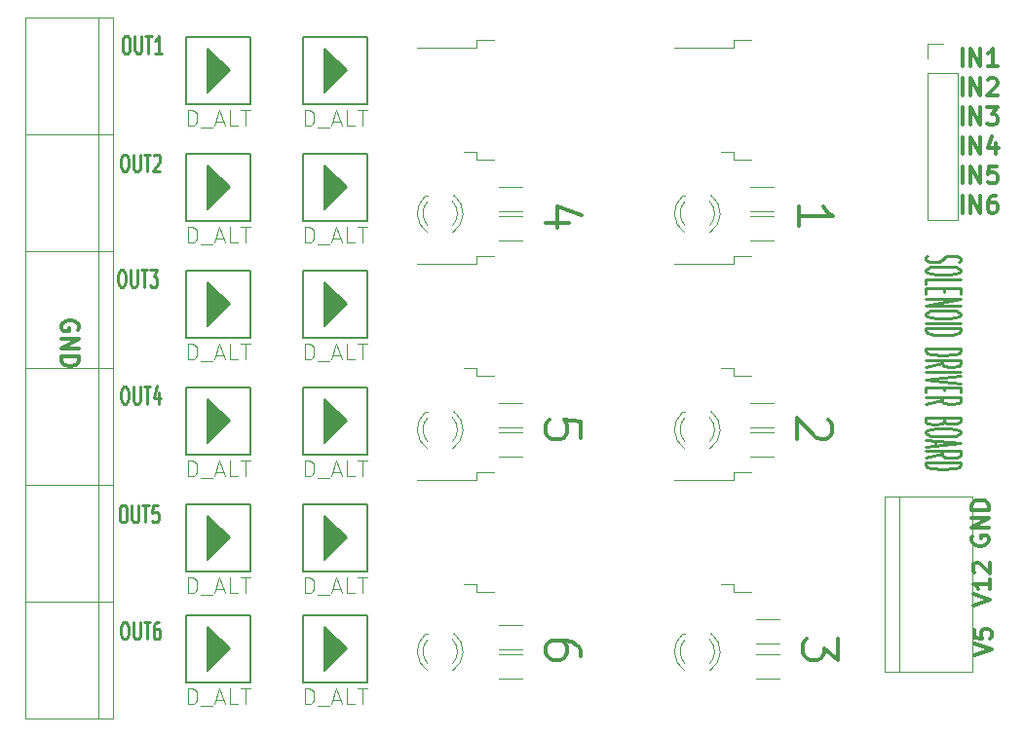
<source format=gbr>
G04 #@! TF.FileFunction,Legend,Top*
%FSLAX46Y46*%
G04 Gerber Fmt 4.6, Leading zero omitted, Abs format (unit mm)*
G04 Created by KiCad (PCBNEW 4.0.7) date 08/12/18 23:10:55*
%MOMM*%
%LPD*%
G01*
G04 APERTURE LIST*
%ADD10C,0.100000*%
%ADD11C,0.300000*%
%ADD12C,0.250000*%
%ADD13C,0.120000*%
%ADD14C,0.127000*%
%ADD15C,0.050000*%
G04 APERTURE END LIST*
D10*
D11*
X104291000Y-32149571D02*
X104291000Y-30649571D01*
X105005286Y-32149571D02*
X105005286Y-30649571D01*
X105862429Y-32149571D01*
X105862429Y-30649571D01*
X107362429Y-32149571D02*
X106505286Y-32149571D01*
X106933858Y-32149571D02*
X106933858Y-30649571D01*
X106791001Y-30863857D01*
X106648143Y-31006714D01*
X106505286Y-31078143D01*
X104291000Y-34699571D02*
X104291000Y-33199571D01*
X105005286Y-34699571D02*
X105005286Y-33199571D01*
X105862429Y-34699571D01*
X105862429Y-33199571D01*
X106505286Y-33342429D02*
X106576715Y-33271000D01*
X106719572Y-33199571D01*
X107076715Y-33199571D01*
X107219572Y-33271000D01*
X107291001Y-33342429D01*
X107362429Y-33485286D01*
X107362429Y-33628143D01*
X107291001Y-33842429D01*
X106433858Y-34699571D01*
X107362429Y-34699571D01*
X104291000Y-37249571D02*
X104291000Y-35749571D01*
X105005286Y-37249571D02*
X105005286Y-35749571D01*
X105862429Y-37249571D01*
X105862429Y-35749571D01*
X106433858Y-35749571D02*
X107362429Y-35749571D01*
X106862429Y-36321000D01*
X107076715Y-36321000D01*
X107219572Y-36392429D01*
X107291001Y-36463857D01*
X107362429Y-36606714D01*
X107362429Y-36963857D01*
X107291001Y-37106714D01*
X107219572Y-37178143D01*
X107076715Y-37249571D01*
X106648143Y-37249571D01*
X106505286Y-37178143D01*
X106433858Y-37106714D01*
X104291000Y-39799571D02*
X104291000Y-38299571D01*
X105005286Y-39799571D02*
X105005286Y-38299571D01*
X105862429Y-39799571D01*
X105862429Y-38299571D01*
X107219572Y-38799571D02*
X107219572Y-39799571D01*
X106862429Y-38228143D02*
X106505286Y-39299571D01*
X107433858Y-39299571D01*
X104291000Y-42349571D02*
X104291000Y-40849571D01*
X105005286Y-42349571D02*
X105005286Y-40849571D01*
X105862429Y-42349571D01*
X105862429Y-40849571D01*
X107291001Y-40849571D02*
X106576715Y-40849571D01*
X106505286Y-41563857D01*
X106576715Y-41492429D01*
X106719572Y-41421000D01*
X107076715Y-41421000D01*
X107219572Y-41492429D01*
X107291001Y-41563857D01*
X107362429Y-41706714D01*
X107362429Y-42063857D01*
X107291001Y-42206714D01*
X107219572Y-42278143D01*
X107076715Y-42349571D01*
X106719572Y-42349571D01*
X106576715Y-42278143D01*
X106505286Y-42206714D01*
X104291000Y-44899571D02*
X104291000Y-43399571D01*
X105005286Y-44899571D02*
X105005286Y-43399571D01*
X105862429Y-44899571D01*
X105862429Y-43399571D01*
X107219572Y-43399571D02*
X106933858Y-43399571D01*
X106791001Y-43471000D01*
X106719572Y-43542429D01*
X106576715Y-43756714D01*
X106505286Y-44042429D01*
X106505286Y-44613857D01*
X106576715Y-44756714D01*
X106648143Y-44828143D01*
X106791001Y-44899571D01*
X107076715Y-44899571D01*
X107219572Y-44828143D01*
X107291001Y-44756714D01*
X107362429Y-44613857D01*
X107362429Y-44256714D01*
X107291001Y-44113857D01*
X107219572Y-44042429D01*
X107076715Y-43971000D01*
X106791001Y-43971000D01*
X106648143Y-44042429D01*
X106576715Y-44113857D01*
X106505286Y-44256714D01*
X105168000Y-73024857D02*
X105096571Y-73167714D01*
X105096571Y-73382000D01*
X105168000Y-73596285D01*
X105310857Y-73739143D01*
X105453714Y-73810571D01*
X105739429Y-73882000D01*
X105953714Y-73882000D01*
X106239429Y-73810571D01*
X106382286Y-73739143D01*
X106525143Y-73596285D01*
X106596571Y-73382000D01*
X106596571Y-73239143D01*
X106525143Y-73024857D01*
X106453714Y-72953428D01*
X105953714Y-72953428D01*
X105953714Y-73239143D01*
X106596571Y-72310571D02*
X105096571Y-72310571D01*
X106596571Y-71453428D01*
X105096571Y-71453428D01*
X106596571Y-70739142D02*
X105096571Y-70739142D01*
X105096571Y-70381999D01*
X105168000Y-70167714D01*
X105310857Y-70024856D01*
X105453714Y-69953428D01*
X105739429Y-69881999D01*
X105953714Y-69881999D01*
X106239429Y-69953428D01*
X106382286Y-70024856D01*
X106525143Y-70167714D01*
X106596571Y-70381999D01*
X106596571Y-70739142D01*
X105350571Y-83383285D02*
X106850571Y-82883285D01*
X105350571Y-82383285D01*
X105350571Y-81168999D02*
X105350571Y-81883285D01*
X106064857Y-81954714D01*
X105993429Y-81883285D01*
X105922000Y-81740428D01*
X105922000Y-81383285D01*
X105993429Y-81240428D01*
X106064857Y-81168999D01*
X106207714Y-81097571D01*
X106564857Y-81097571D01*
X106707714Y-81168999D01*
X106779143Y-81240428D01*
X106850571Y-81383285D01*
X106850571Y-81740428D01*
X106779143Y-81883285D01*
X106707714Y-81954714D01*
X105223571Y-79017571D02*
X106723571Y-78517571D01*
X105223571Y-78017571D01*
X106723571Y-76731857D02*
X106723571Y-77589000D01*
X106723571Y-77160428D02*
X105223571Y-77160428D01*
X105437857Y-77303285D01*
X105580714Y-77446143D01*
X105652143Y-77589000D01*
X105366429Y-76160429D02*
X105295000Y-76089000D01*
X105223571Y-75946143D01*
X105223571Y-75589000D01*
X105295000Y-75446143D01*
X105366429Y-75374714D01*
X105509286Y-75303286D01*
X105652143Y-75303286D01*
X105866429Y-75374714D01*
X106723571Y-76231857D01*
X106723571Y-75303286D01*
X70111857Y-45783429D02*
X68111857Y-45783429D01*
X71254714Y-45069143D02*
X69111857Y-44354858D01*
X69111857Y-46212000D01*
X71111857Y-64468286D02*
X71111857Y-63039715D01*
X69683286Y-62896858D01*
X69826143Y-63039715D01*
X69969000Y-63325429D01*
X69969000Y-64039715D01*
X69826143Y-64325429D01*
X69683286Y-64468286D01*
X69397571Y-64611143D01*
X68683286Y-64611143D01*
X68397571Y-64468286D01*
X68254714Y-64325429D01*
X68111857Y-64039715D01*
X68111857Y-63325429D01*
X68254714Y-63039715D01*
X68397571Y-62896858D01*
X71111857Y-83502429D02*
X71111857Y-82931000D01*
X70969000Y-82645286D01*
X70826143Y-82502429D01*
X70397571Y-82216715D01*
X69826143Y-82073858D01*
X68683286Y-82073858D01*
X68397571Y-82216715D01*
X68254714Y-82359572D01*
X68111857Y-82645286D01*
X68111857Y-83216715D01*
X68254714Y-83502429D01*
X68397571Y-83645286D01*
X68683286Y-83788143D01*
X69397571Y-83788143D01*
X69683286Y-83645286D01*
X69826143Y-83502429D01*
X69969000Y-83216715D01*
X69969000Y-82645286D01*
X69826143Y-82359572D01*
X69683286Y-82216715D01*
X69397571Y-82073858D01*
X93463857Y-81931000D02*
X93463857Y-83788143D01*
X92321000Y-82788143D01*
X92321000Y-83216715D01*
X92178143Y-83502429D01*
X92035286Y-83645286D01*
X91749571Y-83788143D01*
X91035286Y-83788143D01*
X90749571Y-83645286D01*
X90606714Y-83502429D01*
X90463857Y-83216715D01*
X90463857Y-82359572D01*
X90606714Y-82073858D01*
X90749571Y-81931000D01*
X92670143Y-62896858D02*
X92813000Y-63039715D01*
X92955857Y-63325429D01*
X92955857Y-64039715D01*
X92813000Y-64325429D01*
X92670143Y-64468286D01*
X92384429Y-64611143D01*
X92098714Y-64611143D01*
X91670143Y-64468286D01*
X89955857Y-62754000D01*
X89955857Y-64611143D01*
X90082857Y-46069143D02*
X90082857Y-44354858D01*
X90082857Y-45212000D02*
X93082857Y-45212000D01*
X92654286Y-44926286D01*
X92368571Y-44640572D01*
X92225714Y-44354858D01*
D12*
X31416809Y-80478571D02*
X31607286Y-80478571D01*
X31702524Y-80550000D01*
X31797762Y-80692857D01*
X31845381Y-80978571D01*
X31845381Y-81478571D01*
X31797762Y-81764286D01*
X31702524Y-81907143D01*
X31607286Y-81978571D01*
X31416809Y-81978571D01*
X31321571Y-81907143D01*
X31226333Y-81764286D01*
X31178714Y-81478571D01*
X31178714Y-80978571D01*
X31226333Y-80692857D01*
X31321571Y-80550000D01*
X31416809Y-80478571D01*
X32273952Y-80478571D02*
X32273952Y-81692857D01*
X32321571Y-81835714D01*
X32369190Y-81907143D01*
X32464428Y-81978571D01*
X32654905Y-81978571D01*
X32750143Y-81907143D01*
X32797762Y-81835714D01*
X32845381Y-81692857D01*
X32845381Y-80478571D01*
X33178714Y-80478571D02*
X33750143Y-80478571D01*
X33464428Y-81978571D02*
X33464428Y-80478571D01*
X34512048Y-80478571D02*
X34321571Y-80478571D01*
X34226333Y-80550000D01*
X34178714Y-80621429D01*
X34083476Y-80835714D01*
X34035857Y-81121429D01*
X34035857Y-81692857D01*
X34083476Y-81835714D01*
X34131095Y-81907143D01*
X34226333Y-81978571D01*
X34416810Y-81978571D01*
X34512048Y-81907143D01*
X34559667Y-81835714D01*
X34607286Y-81692857D01*
X34607286Y-81335714D01*
X34559667Y-81192857D01*
X34512048Y-81121429D01*
X34416810Y-81050000D01*
X34226333Y-81050000D01*
X34131095Y-81121429D01*
X34083476Y-81192857D01*
X34035857Y-81335714D01*
X31289809Y-70318571D02*
X31480286Y-70318571D01*
X31575524Y-70390000D01*
X31670762Y-70532857D01*
X31718381Y-70818571D01*
X31718381Y-71318571D01*
X31670762Y-71604286D01*
X31575524Y-71747143D01*
X31480286Y-71818571D01*
X31289809Y-71818571D01*
X31194571Y-71747143D01*
X31099333Y-71604286D01*
X31051714Y-71318571D01*
X31051714Y-70818571D01*
X31099333Y-70532857D01*
X31194571Y-70390000D01*
X31289809Y-70318571D01*
X32146952Y-70318571D02*
X32146952Y-71532857D01*
X32194571Y-71675714D01*
X32242190Y-71747143D01*
X32337428Y-71818571D01*
X32527905Y-71818571D01*
X32623143Y-71747143D01*
X32670762Y-71675714D01*
X32718381Y-71532857D01*
X32718381Y-70318571D01*
X33051714Y-70318571D02*
X33623143Y-70318571D01*
X33337428Y-71818571D02*
X33337428Y-70318571D01*
X34432667Y-70318571D02*
X33956476Y-70318571D01*
X33908857Y-71032857D01*
X33956476Y-70961429D01*
X34051714Y-70890000D01*
X34289810Y-70890000D01*
X34385048Y-70961429D01*
X34432667Y-71032857D01*
X34480286Y-71175714D01*
X34480286Y-71532857D01*
X34432667Y-71675714D01*
X34385048Y-71747143D01*
X34289810Y-71818571D01*
X34051714Y-71818571D01*
X33956476Y-71747143D01*
X33908857Y-71675714D01*
X31416809Y-60031571D02*
X31607286Y-60031571D01*
X31702524Y-60103000D01*
X31797762Y-60245857D01*
X31845381Y-60531571D01*
X31845381Y-61031571D01*
X31797762Y-61317286D01*
X31702524Y-61460143D01*
X31607286Y-61531571D01*
X31416809Y-61531571D01*
X31321571Y-61460143D01*
X31226333Y-61317286D01*
X31178714Y-61031571D01*
X31178714Y-60531571D01*
X31226333Y-60245857D01*
X31321571Y-60103000D01*
X31416809Y-60031571D01*
X32273952Y-60031571D02*
X32273952Y-61245857D01*
X32321571Y-61388714D01*
X32369190Y-61460143D01*
X32464428Y-61531571D01*
X32654905Y-61531571D01*
X32750143Y-61460143D01*
X32797762Y-61388714D01*
X32845381Y-61245857D01*
X32845381Y-60031571D01*
X33178714Y-60031571D02*
X33750143Y-60031571D01*
X33464428Y-61531571D02*
X33464428Y-60031571D01*
X34512048Y-60531571D02*
X34512048Y-61531571D01*
X34273952Y-59960143D02*
X34035857Y-61031571D01*
X34654905Y-61031571D01*
X31162809Y-49871571D02*
X31353286Y-49871571D01*
X31448524Y-49943000D01*
X31543762Y-50085857D01*
X31591381Y-50371571D01*
X31591381Y-50871571D01*
X31543762Y-51157286D01*
X31448524Y-51300143D01*
X31353286Y-51371571D01*
X31162809Y-51371571D01*
X31067571Y-51300143D01*
X30972333Y-51157286D01*
X30924714Y-50871571D01*
X30924714Y-50371571D01*
X30972333Y-50085857D01*
X31067571Y-49943000D01*
X31162809Y-49871571D01*
X32019952Y-49871571D02*
X32019952Y-51085857D01*
X32067571Y-51228714D01*
X32115190Y-51300143D01*
X32210428Y-51371571D01*
X32400905Y-51371571D01*
X32496143Y-51300143D01*
X32543762Y-51228714D01*
X32591381Y-51085857D01*
X32591381Y-49871571D01*
X32924714Y-49871571D02*
X33496143Y-49871571D01*
X33210428Y-51371571D02*
X33210428Y-49871571D01*
X33734238Y-49871571D02*
X34353286Y-49871571D01*
X34019952Y-50443000D01*
X34162810Y-50443000D01*
X34258048Y-50514429D01*
X34305667Y-50585857D01*
X34353286Y-50728714D01*
X34353286Y-51085857D01*
X34305667Y-51228714D01*
X34258048Y-51300143D01*
X34162810Y-51371571D01*
X33877095Y-51371571D01*
X33781857Y-51300143D01*
X33734238Y-51228714D01*
X31416809Y-39818571D02*
X31607286Y-39818571D01*
X31702524Y-39890000D01*
X31797762Y-40032857D01*
X31845381Y-40318571D01*
X31845381Y-40818571D01*
X31797762Y-41104286D01*
X31702524Y-41247143D01*
X31607286Y-41318571D01*
X31416809Y-41318571D01*
X31321571Y-41247143D01*
X31226333Y-41104286D01*
X31178714Y-40818571D01*
X31178714Y-40318571D01*
X31226333Y-40032857D01*
X31321571Y-39890000D01*
X31416809Y-39818571D01*
X32273952Y-39818571D02*
X32273952Y-41032857D01*
X32321571Y-41175714D01*
X32369190Y-41247143D01*
X32464428Y-41318571D01*
X32654905Y-41318571D01*
X32750143Y-41247143D01*
X32797762Y-41175714D01*
X32845381Y-41032857D01*
X32845381Y-39818571D01*
X33178714Y-39818571D02*
X33750143Y-39818571D01*
X33464428Y-41318571D02*
X33464428Y-39818571D01*
X34035857Y-39961429D02*
X34083476Y-39890000D01*
X34178714Y-39818571D01*
X34416810Y-39818571D01*
X34512048Y-39890000D01*
X34559667Y-39961429D01*
X34607286Y-40104286D01*
X34607286Y-40247143D01*
X34559667Y-40461429D01*
X33988238Y-41318571D01*
X34607286Y-41318571D01*
X31543809Y-29531571D02*
X31734286Y-29531571D01*
X31829524Y-29603000D01*
X31924762Y-29745857D01*
X31972381Y-30031571D01*
X31972381Y-30531571D01*
X31924762Y-30817286D01*
X31829524Y-30960143D01*
X31734286Y-31031571D01*
X31543809Y-31031571D01*
X31448571Y-30960143D01*
X31353333Y-30817286D01*
X31305714Y-30531571D01*
X31305714Y-30031571D01*
X31353333Y-29745857D01*
X31448571Y-29603000D01*
X31543809Y-29531571D01*
X32400952Y-29531571D02*
X32400952Y-30745857D01*
X32448571Y-30888714D01*
X32496190Y-30960143D01*
X32591428Y-31031571D01*
X32781905Y-31031571D01*
X32877143Y-30960143D01*
X32924762Y-30888714D01*
X32972381Y-30745857D01*
X32972381Y-29531571D01*
X33305714Y-29531571D02*
X33877143Y-29531571D01*
X33591428Y-31031571D02*
X33591428Y-29531571D01*
X34734286Y-31031571D02*
X34162857Y-31031571D01*
X34448571Y-31031571D02*
X34448571Y-29531571D01*
X34353333Y-29745857D01*
X34258095Y-29888714D01*
X34162857Y-29960143D01*
D11*
X27450000Y-55107143D02*
X27521429Y-54964286D01*
X27521429Y-54750000D01*
X27450000Y-54535715D01*
X27307143Y-54392857D01*
X27164286Y-54321429D01*
X26878571Y-54250000D01*
X26664286Y-54250000D01*
X26378571Y-54321429D01*
X26235714Y-54392857D01*
X26092857Y-54535715D01*
X26021429Y-54750000D01*
X26021429Y-54892857D01*
X26092857Y-55107143D01*
X26164286Y-55178572D01*
X26664286Y-55178572D01*
X26664286Y-54892857D01*
X26021429Y-55821429D02*
X27521429Y-55821429D01*
X26021429Y-56678572D01*
X27521429Y-56678572D01*
X26021429Y-57392858D02*
X27521429Y-57392858D01*
X27521429Y-57750001D01*
X27450000Y-57964286D01*
X27307143Y-58107144D01*
X27164286Y-58178572D01*
X26878571Y-58250001D01*
X26664286Y-58250001D01*
X26378571Y-58178572D01*
X26235714Y-58107144D01*
X26092857Y-57964286D01*
X26021429Y-57750001D01*
X26021429Y-57392858D01*
D12*
X101274714Y-48626286D02*
X101131857Y-48769143D01*
X101131857Y-49007239D01*
X101274714Y-49102477D01*
X101417571Y-49150096D01*
X101703286Y-49197715D01*
X101989000Y-49197715D01*
X102274714Y-49150096D01*
X102417571Y-49102477D01*
X102560429Y-49007239D01*
X102703286Y-48816762D01*
X102846143Y-48721524D01*
X102989000Y-48673905D01*
X103274714Y-48626286D01*
X103560429Y-48626286D01*
X103846143Y-48673905D01*
X103989000Y-48721524D01*
X104131857Y-48816762D01*
X104131857Y-49054858D01*
X103989000Y-49197715D01*
X104131857Y-49816762D02*
X104131857Y-50007239D01*
X103989000Y-50102477D01*
X103703286Y-50197715D01*
X103131857Y-50245334D01*
X102131857Y-50245334D01*
X101560429Y-50197715D01*
X101274714Y-50102477D01*
X101131857Y-50007239D01*
X101131857Y-49816762D01*
X101274714Y-49721524D01*
X101560429Y-49626286D01*
X102131857Y-49578667D01*
X103131857Y-49578667D01*
X103703286Y-49626286D01*
X103989000Y-49721524D01*
X104131857Y-49816762D01*
X101131857Y-51150096D02*
X101131857Y-50673905D01*
X104131857Y-50673905D01*
X102703286Y-51483429D02*
X102703286Y-51816763D01*
X101131857Y-51959620D02*
X101131857Y-51483429D01*
X104131857Y-51483429D01*
X104131857Y-51959620D01*
X101131857Y-52388191D02*
X104131857Y-52388191D01*
X101131857Y-52959620D01*
X104131857Y-52959620D01*
X104131857Y-53626286D02*
X104131857Y-53816763D01*
X103989000Y-53912001D01*
X103703286Y-54007239D01*
X103131857Y-54054858D01*
X102131857Y-54054858D01*
X101560429Y-54007239D01*
X101274714Y-53912001D01*
X101131857Y-53816763D01*
X101131857Y-53626286D01*
X101274714Y-53531048D01*
X101560429Y-53435810D01*
X102131857Y-53388191D01*
X103131857Y-53388191D01*
X103703286Y-53435810D01*
X103989000Y-53531048D01*
X104131857Y-53626286D01*
X101131857Y-54483429D02*
X104131857Y-54483429D01*
X101131857Y-54959619D02*
X104131857Y-54959619D01*
X104131857Y-55197714D01*
X103989000Y-55340572D01*
X103703286Y-55435810D01*
X103417571Y-55483429D01*
X102846143Y-55531048D01*
X102417571Y-55531048D01*
X101846143Y-55483429D01*
X101560429Y-55435810D01*
X101274714Y-55340572D01*
X101131857Y-55197714D01*
X101131857Y-54959619D01*
X101131857Y-56721524D02*
X104131857Y-56721524D01*
X104131857Y-56959619D01*
X103989000Y-57102477D01*
X103703286Y-57197715D01*
X103417571Y-57245334D01*
X102846143Y-57292953D01*
X102417571Y-57292953D01*
X101846143Y-57245334D01*
X101560429Y-57197715D01*
X101274714Y-57102477D01*
X101131857Y-56959619D01*
X101131857Y-56721524D01*
X101131857Y-58292953D02*
X102560429Y-57959619D01*
X101131857Y-57721524D02*
X104131857Y-57721524D01*
X104131857Y-58102477D01*
X103989000Y-58197715D01*
X103846143Y-58245334D01*
X103560429Y-58292953D01*
X103131857Y-58292953D01*
X102846143Y-58245334D01*
X102703286Y-58197715D01*
X102560429Y-58102477D01*
X102560429Y-57721524D01*
X101131857Y-58721524D02*
X104131857Y-58721524D01*
X104131857Y-59054857D02*
X101131857Y-59388190D01*
X104131857Y-59721524D01*
X102703286Y-60054857D02*
X102703286Y-60388191D01*
X101131857Y-60531048D02*
X101131857Y-60054857D01*
X104131857Y-60054857D01*
X104131857Y-60531048D01*
X101131857Y-61531048D02*
X102560429Y-61197714D01*
X101131857Y-60959619D02*
X104131857Y-60959619D01*
X104131857Y-61340572D01*
X103989000Y-61435810D01*
X103846143Y-61483429D01*
X103560429Y-61531048D01*
X103131857Y-61531048D01*
X102846143Y-61483429D01*
X102703286Y-61435810D01*
X102560429Y-61340572D01*
X102560429Y-60959619D01*
X102703286Y-63054858D02*
X102560429Y-63197715D01*
X102417571Y-63245334D01*
X102131857Y-63292953D01*
X101703286Y-63292953D01*
X101417571Y-63245334D01*
X101274714Y-63197715D01*
X101131857Y-63102477D01*
X101131857Y-62721524D01*
X104131857Y-62721524D01*
X104131857Y-63054858D01*
X103989000Y-63150096D01*
X103846143Y-63197715D01*
X103560429Y-63245334D01*
X103274714Y-63245334D01*
X102989000Y-63197715D01*
X102846143Y-63150096D01*
X102703286Y-63054858D01*
X102703286Y-62721524D01*
X104131857Y-63912000D02*
X104131857Y-64102477D01*
X103989000Y-64197715D01*
X103703286Y-64292953D01*
X103131857Y-64340572D01*
X102131857Y-64340572D01*
X101560429Y-64292953D01*
X101274714Y-64197715D01*
X101131857Y-64102477D01*
X101131857Y-63912000D01*
X101274714Y-63816762D01*
X101560429Y-63721524D01*
X102131857Y-63673905D01*
X103131857Y-63673905D01*
X103703286Y-63721524D01*
X103989000Y-63816762D01*
X104131857Y-63912000D01*
X101989000Y-64721524D02*
X101989000Y-65197715D01*
X101131857Y-64626286D02*
X104131857Y-64959619D01*
X101131857Y-65292953D01*
X101131857Y-66197715D02*
X102560429Y-65864381D01*
X101131857Y-65626286D02*
X104131857Y-65626286D01*
X104131857Y-66007239D01*
X103989000Y-66102477D01*
X103846143Y-66150096D01*
X103560429Y-66197715D01*
X103131857Y-66197715D01*
X102846143Y-66150096D01*
X102703286Y-66102477D01*
X102560429Y-66007239D01*
X102560429Y-65626286D01*
X101131857Y-66626286D02*
X104131857Y-66626286D01*
X104131857Y-66864381D01*
X103989000Y-67007239D01*
X103703286Y-67102477D01*
X103417571Y-67150096D01*
X102846143Y-67197715D01*
X102417571Y-67197715D01*
X101846143Y-67150096D01*
X101560429Y-67102477D01*
X101274714Y-67007239D01*
X101131857Y-66864381D01*
X101131857Y-66626286D01*
D13*
X87868000Y-44758000D02*
X85868000Y-44758000D01*
X85868000Y-42618000D02*
X87868000Y-42618000D01*
X85868000Y-45158000D02*
X87868000Y-45158000D01*
X87868000Y-47298000D02*
X85868000Y-47298000D01*
X87868000Y-63554000D02*
X85868000Y-63554000D01*
X85868000Y-61414000D02*
X87868000Y-61414000D01*
X85868000Y-63954000D02*
X87868000Y-63954000D01*
X87868000Y-66094000D02*
X85868000Y-66094000D01*
X86376000Y-83258000D02*
X88376000Y-83258000D01*
X88376000Y-85398000D02*
X86376000Y-85398000D01*
X64024000Y-45158000D02*
X66024000Y-45158000D01*
X66024000Y-47298000D02*
X64024000Y-47298000D01*
X64024000Y-63954000D02*
X66024000Y-63954000D01*
X66024000Y-66094000D02*
X64024000Y-66094000D01*
X64024000Y-83258000D02*
X66024000Y-83258000D01*
X66024000Y-85398000D02*
X64024000Y-85398000D01*
X88376000Y-82350000D02*
X86376000Y-82350000D01*
X86376000Y-80210000D02*
X88376000Y-80210000D01*
X66024000Y-44758000D02*
X64024000Y-44758000D01*
X64024000Y-42618000D02*
X66024000Y-42618000D01*
X66024000Y-63554000D02*
X64024000Y-63554000D01*
X64024000Y-61414000D02*
X66024000Y-61414000D01*
X66024000Y-82858000D02*
X64024000Y-82858000D01*
X64024000Y-80718000D02*
X66024000Y-80718000D01*
X85926000Y-29852000D02*
X84426000Y-29852000D01*
X84426000Y-29852000D02*
X84426000Y-30542000D01*
X84426000Y-30542000D02*
X79301000Y-30542000D01*
X85926000Y-40252000D02*
X84426000Y-40252000D01*
X84426000Y-40252000D02*
X84426000Y-39562000D01*
X84426000Y-39562000D02*
X83326000Y-39562000D01*
X85926000Y-48648000D02*
X84426000Y-48648000D01*
X84426000Y-48648000D02*
X84426000Y-49338000D01*
X84426000Y-49338000D02*
X79301000Y-49338000D01*
X85926000Y-59048000D02*
X84426000Y-59048000D01*
X84426000Y-59048000D02*
X84426000Y-58358000D01*
X84426000Y-58358000D02*
X83326000Y-58358000D01*
X85926000Y-67444000D02*
X84426000Y-67444000D01*
X84426000Y-67444000D02*
X84426000Y-68134000D01*
X84426000Y-68134000D02*
X79301000Y-68134000D01*
X85926000Y-77844000D02*
X84426000Y-77844000D01*
X84426000Y-77844000D02*
X84426000Y-77154000D01*
X84426000Y-77154000D02*
X83326000Y-77154000D01*
X63574000Y-29852000D02*
X62074000Y-29852000D01*
X62074000Y-29852000D02*
X62074000Y-30542000D01*
X62074000Y-30542000D02*
X56949000Y-30542000D01*
X63574000Y-40252000D02*
X62074000Y-40252000D01*
X62074000Y-40252000D02*
X62074000Y-39562000D01*
X62074000Y-39562000D02*
X60974000Y-39562000D01*
X63574000Y-48648000D02*
X62074000Y-48648000D01*
X62074000Y-48648000D02*
X62074000Y-49338000D01*
X62074000Y-49338000D02*
X56949000Y-49338000D01*
X63574000Y-59048000D02*
X62074000Y-59048000D01*
X62074000Y-59048000D02*
X62074000Y-58358000D01*
X62074000Y-58358000D02*
X60974000Y-58358000D01*
X63574000Y-67444000D02*
X62074000Y-67444000D01*
X62074000Y-67444000D02*
X62074000Y-68134000D01*
X62074000Y-68134000D02*
X56949000Y-68134000D01*
X63574000Y-77844000D02*
X62074000Y-77844000D01*
X62074000Y-77844000D02*
X62074000Y-77154000D01*
X62074000Y-77154000D02*
X60974000Y-77154000D01*
D14*
X42418000Y-35433000D02*
X36830000Y-35433000D01*
X36830000Y-35433000D02*
X36830000Y-29591000D01*
X36830000Y-29591000D02*
X42418000Y-29591000D01*
X42418000Y-29591000D02*
X42418000Y-35433000D01*
G36*
X38735000Y-30607000D02*
X40640000Y-32512000D01*
X38735000Y-34417000D01*
X38735000Y-30607000D01*
G37*
X38735000Y-30607000D02*
X40640000Y-32512000D01*
X38735000Y-34417000D01*
X38735000Y-30607000D01*
X52578000Y-35433000D02*
X46990000Y-35433000D01*
X46990000Y-35433000D02*
X46990000Y-29591000D01*
X46990000Y-29591000D02*
X52578000Y-29591000D01*
X52578000Y-29591000D02*
X52578000Y-35433000D01*
G36*
X48895000Y-30607000D02*
X50800000Y-32512000D01*
X48895000Y-34417000D01*
X48895000Y-30607000D01*
G37*
X48895000Y-30607000D02*
X50800000Y-32512000D01*
X48895000Y-34417000D01*
X48895000Y-30607000D01*
X42418000Y-45593000D02*
X36830000Y-45593000D01*
X36830000Y-45593000D02*
X36830000Y-39751000D01*
X36830000Y-39751000D02*
X42418000Y-39751000D01*
X42418000Y-39751000D02*
X42418000Y-45593000D01*
G36*
X38735000Y-40767000D02*
X40640000Y-42672000D01*
X38735000Y-44577000D01*
X38735000Y-40767000D01*
G37*
X38735000Y-40767000D02*
X40640000Y-42672000D01*
X38735000Y-44577000D01*
X38735000Y-40767000D01*
X52578000Y-45593000D02*
X46990000Y-45593000D01*
X46990000Y-45593000D02*
X46990000Y-39751000D01*
X46990000Y-39751000D02*
X52578000Y-39751000D01*
X52578000Y-39751000D02*
X52578000Y-45593000D01*
G36*
X48895000Y-40767000D02*
X50800000Y-42672000D01*
X48895000Y-44577000D01*
X48895000Y-40767000D01*
G37*
X48895000Y-40767000D02*
X50800000Y-42672000D01*
X48895000Y-44577000D01*
X48895000Y-40767000D01*
X42418000Y-55753000D02*
X36830000Y-55753000D01*
X36830000Y-55753000D02*
X36830000Y-49911000D01*
X36830000Y-49911000D02*
X42418000Y-49911000D01*
X42418000Y-49911000D02*
X42418000Y-55753000D01*
G36*
X38735000Y-50927000D02*
X40640000Y-52832000D01*
X38735000Y-54737000D01*
X38735000Y-50927000D01*
G37*
X38735000Y-50927000D02*
X40640000Y-52832000D01*
X38735000Y-54737000D01*
X38735000Y-50927000D01*
X52578000Y-55753000D02*
X46990000Y-55753000D01*
X46990000Y-55753000D02*
X46990000Y-49911000D01*
X46990000Y-49911000D02*
X52578000Y-49911000D01*
X52578000Y-49911000D02*
X52578000Y-55753000D01*
G36*
X48895000Y-50927000D02*
X50800000Y-52832000D01*
X48895000Y-54737000D01*
X48895000Y-50927000D01*
G37*
X48895000Y-50927000D02*
X50800000Y-52832000D01*
X48895000Y-54737000D01*
X48895000Y-50927000D01*
X42418000Y-65913000D02*
X36830000Y-65913000D01*
X36830000Y-65913000D02*
X36830000Y-60071000D01*
X36830000Y-60071000D02*
X42418000Y-60071000D01*
X42418000Y-60071000D02*
X42418000Y-65913000D01*
G36*
X38735000Y-61087000D02*
X40640000Y-62992000D01*
X38735000Y-64897000D01*
X38735000Y-61087000D01*
G37*
X38735000Y-61087000D02*
X40640000Y-62992000D01*
X38735000Y-64897000D01*
X38735000Y-61087000D01*
X52578000Y-65913000D02*
X46990000Y-65913000D01*
X46990000Y-65913000D02*
X46990000Y-60071000D01*
X46990000Y-60071000D02*
X52578000Y-60071000D01*
X52578000Y-60071000D02*
X52578000Y-65913000D01*
G36*
X48895000Y-61087000D02*
X50800000Y-62992000D01*
X48895000Y-64897000D01*
X48895000Y-61087000D01*
G37*
X48895000Y-61087000D02*
X50800000Y-62992000D01*
X48895000Y-64897000D01*
X48895000Y-61087000D01*
X42418000Y-76073000D02*
X36830000Y-76073000D01*
X36830000Y-76073000D02*
X36830000Y-70231000D01*
X36830000Y-70231000D02*
X42418000Y-70231000D01*
X42418000Y-70231000D02*
X42418000Y-76073000D01*
G36*
X38735000Y-71247000D02*
X40640000Y-73152000D01*
X38735000Y-75057000D01*
X38735000Y-71247000D01*
G37*
X38735000Y-71247000D02*
X40640000Y-73152000D01*
X38735000Y-75057000D01*
X38735000Y-71247000D01*
X52578000Y-76073000D02*
X46990000Y-76073000D01*
X46990000Y-76073000D02*
X46990000Y-70231000D01*
X46990000Y-70231000D02*
X52578000Y-70231000D01*
X52578000Y-70231000D02*
X52578000Y-76073000D01*
G36*
X48895000Y-71247000D02*
X50800000Y-73152000D01*
X48895000Y-75057000D01*
X48895000Y-71247000D01*
G37*
X48895000Y-71247000D02*
X50800000Y-73152000D01*
X48895000Y-75057000D01*
X48895000Y-71247000D01*
X42418000Y-85725000D02*
X36830000Y-85725000D01*
X36830000Y-85725000D02*
X36830000Y-79883000D01*
X36830000Y-79883000D02*
X42418000Y-79883000D01*
X42418000Y-79883000D02*
X42418000Y-85725000D01*
G36*
X38735000Y-80899000D02*
X40640000Y-82804000D01*
X38735000Y-84709000D01*
X38735000Y-80899000D01*
G37*
X38735000Y-80899000D02*
X40640000Y-82804000D01*
X38735000Y-84709000D01*
X38735000Y-80899000D01*
X52578000Y-85725000D02*
X46990000Y-85725000D01*
X46990000Y-85725000D02*
X46990000Y-79883000D01*
X46990000Y-79883000D02*
X52578000Y-79883000D01*
X52578000Y-79883000D02*
X52578000Y-85725000D01*
G36*
X48895000Y-80899000D02*
X50800000Y-82804000D01*
X48895000Y-84709000D01*
X48895000Y-80899000D01*
G37*
X48895000Y-80899000D02*
X50800000Y-82804000D01*
X48895000Y-84709000D01*
X48895000Y-80899000D01*
D13*
X82358608Y-65426335D02*
G75*
G03X82515516Y-62194000I-1078608J1672335D01*
G01*
X80201392Y-65426335D02*
G75*
G02X80044484Y-62194000I1078608J1672335D01*
G01*
X82359837Y-64795130D02*
G75*
G03X82360000Y-62713039I-1079837J1041130D01*
G01*
X80200163Y-64795130D02*
G75*
G02X80200000Y-62713039I1079837J1041130D01*
G01*
X82516000Y-62194000D02*
X82360000Y-62194000D01*
X80200000Y-62194000D02*
X80044000Y-62194000D01*
X82358608Y-84730335D02*
G75*
G03X82515516Y-81498000I-1078608J1672335D01*
G01*
X80201392Y-84730335D02*
G75*
G02X80044484Y-81498000I1078608J1672335D01*
G01*
X82359837Y-84099130D02*
G75*
G03X82360000Y-82017039I-1079837J1041130D01*
G01*
X80200163Y-84099130D02*
G75*
G02X80200000Y-82017039I1079837J1041130D01*
G01*
X82516000Y-81498000D02*
X82360000Y-81498000D01*
X80200000Y-81498000D02*
X80044000Y-81498000D01*
X60006608Y-46630335D02*
G75*
G03X60163516Y-43398000I-1078608J1672335D01*
G01*
X57849392Y-46630335D02*
G75*
G02X57692484Y-43398000I1078608J1672335D01*
G01*
X60007837Y-45999130D02*
G75*
G03X60008000Y-43917039I-1079837J1041130D01*
G01*
X57848163Y-45999130D02*
G75*
G02X57848000Y-43917039I1079837J1041130D01*
G01*
X60164000Y-43398000D02*
X60008000Y-43398000D01*
X57848000Y-43398000D02*
X57692000Y-43398000D01*
X60006608Y-65426335D02*
G75*
G03X60163516Y-62194000I-1078608J1672335D01*
G01*
X57849392Y-65426335D02*
G75*
G02X57692484Y-62194000I1078608J1672335D01*
G01*
X60007837Y-64795130D02*
G75*
G03X60008000Y-62713039I-1079837J1041130D01*
G01*
X57848163Y-64795130D02*
G75*
G02X57848000Y-62713039I1079837J1041130D01*
G01*
X60164000Y-62194000D02*
X60008000Y-62194000D01*
X57848000Y-62194000D02*
X57692000Y-62194000D01*
X60006608Y-84730335D02*
G75*
G03X60163516Y-81498000I-1078608J1672335D01*
G01*
X57849392Y-84730335D02*
G75*
G02X57692484Y-81498000I1078608J1672335D01*
G01*
X60007837Y-84099130D02*
G75*
G03X60008000Y-82017039I-1079837J1041130D01*
G01*
X57848163Y-84099130D02*
G75*
G02X57848000Y-82017039I1079837J1041130D01*
G01*
X60164000Y-81498000D02*
X60008000Y-81498000D01*
X57848000Y-81498000D02*
X57692000Y-81498000D01*
X97536000Y-69596000D02*
X105156000Y-69596000D01*
X97536000Y-84836000D02*
X105156000Y-84836000D01*
X98806000Y-69596000D02*
X98806000Y-84836000D01*
X105156000Y-69596000D02*
X105156000Y-84836000D01*
X97536000Y-69596000D02*
X97536000Y-84836000D01*
X101286000Y-45526000D02*
X103946000Y-45526000D01*
X101286000Y-32766000D02*
X101286000Y-45526000D01*
X103946000Y-32766000D02*
X103946000Y-45526000D01*
X101286000Y-32766000D02*
X103946000Y-32766000D01*
X101286000Y-31496000D02*
X101286000Y-30166000D01*
X101286000Y-30166000D02*
X102616000Y-30166000D01*
X29210000Y-27940000D02*
X29210000Y-38100000D01*
X30480000Y-27940000D02*
X22860000Y-27940000D01*
X22860000Y-27940000D02*
X22860000Y-38100000D01*
X22860000Y-38100000D02*
X30480000Y-38100000D01*
X30480000Y-38100000D02*
X30480000Y-27940000D01*
X29210000Y-38100000D02*
X29210000Y-48260000D01*
X30480000Y-38100000D02*
X22860000Y-38100000D01*
X22860000Y-38100000D02*
X22860000Y-48260000D01*
X22860000Y-48260000D02*
X30480000Y-48260000D01*
X30480000Y-48260000D02*
X30480000Y-38100000D01*
X29210000Y-48260000D02*
X29210000Y-58420000D01*
X30480000Y-48260000D02*
X22860000Y-48260000D01*
X22860000Y-48260000D02*
X22860000Y-58420000D01*
X22860000Y-58420000D02*
X30480000Y-58420000D01*
X30480000Y-58420000D02*
X30480000Y-48260000D01*
X29210000Y-58420000D02*
X29210000Y-68580000D01*
X30480000Y-58420000D02*
X22860000Y-58420000D01*
X22860000Y-58420000D02*
X22860000Y-68580000D01*
X22860000Y-68580000D02*
X30480000Y-68580000D01*
X30480000Y-68580000D02*
X30480000Y-58420000D01*
X29210000Y-68580000D02*
X29210000Y-78740000D01*
X30480000Y-68580000D02*
X22860000Y-68580000D01*
X22860000Y-68580000D02*
X22860000Y-78740000D01*
X22860000Y-78740000D02*
X30480000Y-78740000D01*
X30480000Y-78740000D02*
X30480000Y-68580000D01*
X29210000Y-78740000D02*
X29210000Y-88900000D01*
X30480000Y-78740000D02*
X22860000Y-78740000D01*
X22860000Y-78740000D02*
X22860000Y-88900000D01*
X22860000Y-88900000D02*
X30480000Y-88900000D01*
X30480000Y-88900000D02*
X30480000Y-78740000D01*
X82358608Y-46630335D02*
G75*
G03X82515516Y-43398000I-1078608J1672335D01*
G01*
X80201392Y-46630335D02*
G75*
G02X80044484Y-43398000I1078608J1672335D01*
G01*
X82359837Y-45999130D02*
G75*
G03X82360000Y-43917039I-1079837J1041130D01*
G01*
X80200163Y-45999130D02*
G75*
G02X80200000Y-43917039I1079837J1041130D01*
G01*
X82516000Y-43398000D02*
X82360000Y-43398000D01*
X80200000Y-43398000D02*
X80044000Y-43398000D01*
D15*
X37019344Y-37344969D02*
X37019344Y-35942459D01*
X37353275Y-35942459D01*
X37553633Y-36009245D01*
X37687206Y-36142817D01*
X37753992Y-36276390D01*
X37820778Y-36543535D01*
X37820778Y-36743893D01*
X37753992Y-37011038D01*
X37687206Y-37144610D01*
X37553633Y-37278183D01*
X37353275Y-37344969D01*
X37019344Y-37344969D01*
X38087923Y-37478541D02*
X39156502Y-37478541D01*
X39423647Y-36944252D02*
X40091509Y-36944252D01*
X39290074Y-37344969D02*
X39757578Y-35942459D01*
X40225081Y-37344969D01*
X41360446Y-37344969D02*
X40692584Y-37344969D01*
X40692584Y-35942459D01*
X41627590Y-35942459D02*
X42429025Y-35942459D01*
X42028308Y-37344969D02*
X42028308Y-35942459D01*
X47179344Y-37344969D02*
X47179344Y-35942459D01*
X47513275Y-35942459D01*
X47713633Y-36009245D01*
X47847206Y-36142817D01*
X47913992Y-36276390D01*
X47980778Y-36543535D01*
X47980778Y-36743893D01*
X47913992Y-37011038D01*
X47847206Y-37144610D01*
X47713633Y-37278183D01*
X47513275Y-37344969D01*
X47179344Y-37344969D01*
X48247923Y-37478541D02*
X49316502Y-37478541D01*
X49583647Y-36944252D02*
X50251509Y-36944252D01*
X49450074Y-37344969D02*
X49917578Y-35942459D01*
X50385081Y-37344969D01*
X51520446Y-37344969D02*
X50852584Y-37344969D01*
X50852584Y-35942459D01*
X51787590Y-35942459D02*
X52589025Y-35942459D01*
X52188308Y-37344969D02*
X52188308Y-35942459D01*
X37019344Y-47504969D02*
X37019344Y-46102459D01*
X37353275Y-46102459D01*
X37553633Y-46169245D01*
X37687206Y-46302817D01*
X37753992Y-46436390D01*
X37820778Y-46703535D01*
X37820778Y-46903893D01*
X37753992Y-47171038D01*
X37687206Y-47304610D01*
X37553633Y-47438183D01*
X37353275Y-47504969D01*
X37019344Y-47504969D01*
X38087923Y-47638541D02*
X39156502Y-47638541D01*
X39423647Y-47104252D02*
X40091509Y-47104252D01*
X39290074Y-47504969D02*
X39757578Y-46102459D01*
X40225081Y-47504969D01*
X41360446Y-47504969D02*
X40692584Y-47504969D01*
X40692584Y-46102459D01*
X41627590Y-46102459D02*
X42429025Y-46102459D01*
X42028308Y-47504969D02*
X42028308Y-46102459D01*
X47179344Y-47504969D02*
X47179344Y-46102459D01*
X47513275Y-46102459D01*
X47713633Y-46169245D01*
X47847206Y-46302817D01*
X47913992Y-46436390D01*
X47980778Y-46703535D01*
X47980778Y-46903893D01*
X47913992Y-47171038D01*
X47847206Y-47304610D01*
X47713633Y-47438183D01*
X47513275Y-47504969D01*
X47179344Y-47504969D01*
X48247923Y-47638541D02*
X49316502Y-47638541D01*
X49583647Y-47104252D02*
X50251509Y-47104252D01*
X49450074Y-47504969D02*
X49917578Y-46102459D01*
X50385081Y-47504969D01*
X51520446Y-47504969D02*
X50852584Y-47504969D01*
X50852584Y-46102459D01*
X51787590Y-46102459D02*
X52589025Y-46102459D01*
X52188308Y-47504969D02*
X52188308Y-46102459D01*
X37019344Y-57664969D02*
X37019344Y-56262459D01*
X37353275Y-56262459D01*
X37553633Y-56329245D01*
X37687206Y-56462817D01*
X37753992Y-56596390D01*
X37820778Y-56863535D01*
X37820778Y-57063893D01*
X37753992Y-57331038D01*
X37687206Y-57464610D01*
X37553633Y-57598183D01*
X37353275Y-57664969D01*
X37019344Y-57664969D01*
X38087923Y-57798541D02*
X39156502Y-57798541D01*
X39423647Y-57264252D02*
X40091509Y-57264252D01*
X39290074Y-57664969D02*
X39757578Y-56262459D01*
X40225081Y-57664969D01*
X41360446Y-57664969D02*
X40692584Y-57664969D01*
X40692584Y-56262459D01*
X41627590Y-56262459D02*
X42429025Y-56262459D01*
X42028308Y-57664969D02*
X42028308Y-56262459D01*
X47179344Y-57664969D02*
X47179344Y-56262459D01*
X47513275Y-56262459D01*
X47713633Y-56329245D01*
X47847206Y-56462817D01*
X47913992Y-56596390D01*
X47980778Y-56863535D01*
X47980778Y-57063893D01*
X47913992Y-57331038D01*
X47847206Y-57464610D01*
X47713633Y-57598183D01*
X47513275Y-57664969D01*
X47179344Y-57664969D01*
X48247923Y-57798541D02*
X49316502Y-57798541D01*
X49583647Y-57264252D02*
X50251509Y-57264252D01*
X49450074Y-57664969D02*
X49917578Y-56262459D01*
X50385081Y-57664969D01*
X51520446Y-57664969D02*
X50852584Y-57664969D01*
X50852584Y-56262459D01*
X51787590Y-56262459D02*
X52589025Y-56262459D01*
X52188308Y-57664969D02*
X52188308Y-56262459D01*
X37019344Y-67824969D02*
X37019344Y-66422459D01*
X37353275Y-66422459D01*
X37553633Y-66489245D01*
X37687206Y-66622817D01*
X37753992Y-66756390D01*
X37820778Y-67023535D01*
X37820778Y-67223893D01*
X37753992Y-67491038D01*
X37687206Y-67624610D01*
X37553633Y-67758183D01*
X37353275Y-67824969D01*
X37019344Y-67824969D01*
X38087923Y-67958541D02*
X39156502Y-67958541D01*
X39423647Y-67424252D02*
X40091509Y-67424252D01*
X39290074Y-67824969D02*
X39757578Y-66422459D01*
X40225081Y-67824969D01*
X41360446Y-67824969D02*
X40692584Y-67824969D01*
X40692584Y-66422459D01*
X41627590Y-66422459D02*
X42429025Y-66422459D01*
X42028308Y-67824969D02*
X42028308Y-66422459D01*
X47179344Y-67824969D02*
X47179344Y-66422459D01*
X47513275Y-66422459D01*
X47713633Y-66489245D01*
X47847206Y-66622817D01*
X47913992Y-66756390D01*
X47980778Y-67023535D01*
X47980778Y-67223893D01*
X47913992Y-67491038D01*
X47847206Y-67624610D01*
X47713633Y-67758183D01*
X47513275Y-67824969D01*
X47179344Y-67824969D01*
X48247923Y-67958541D02*
X49316502Y-67958541D01*
X49583647Y-67424252D02*
X50251509Y-67424252D01*
X49450074Y-67824969D02*
X49917578Y-66422459D01*
X50385081Y-67824969D01*
X51520446Y-67824969D02*
X50852584Y-67824969D01*
X50852584Y-66422459D01*
X51787590Y-66422459D02*
X52589025Y-66422459D01*
X52188308Y-67824969D02*
X52188308Y-66422459D01*
X37019344Y-77984969D02*
X37019344Y-76582459D01*
X37353275Y-76582459D01*
X37553633Y-76649245D01*
X37687206Y-76782817D01*
X37753992Y-76916390D01*
X37820778Y-77183535D01*
X37820778Y-77383893D01*
X37753992Y-77651038D01*
X37687206Y-77784610D01*
X37553633Y-77918183D01*
X37353275Y-77984969D01*
X37019344Y-77984969D01*
X38087923Y-78118541D02*
X39156502Y-78118541D01*
X39423647Y-77584252D02*
X40091509Y-77584252D01*
X39290074Y-77984969D02*
X39757578Y-76582459D01*
X40225081Y-77984969D01*
X41360446Y-77984969D02*
X40692584Y-77984969D01*
X40692584Y-76582459D01*
X41627590Y-76582459D02*
X42429025Y-76582459D01*
X42028308Y-77984969D02*
X42028308Y-76582459D01*
X47179344Y-77984969D02*
X47179344Y-76582459D01*
X47513275Y-76582459D01*
X47713633Y-76649245D01*
X47847206Y-76782817D01*
X47913992Y-76916390D01*
X47980778Y-77183535D01*
X47980778Y-77383893D01*
X47913992Y-77651038D01*
X47847206Y-77784610D01*
X47713633Y-77918183D01*
X47513275Y-77984969D01*
X47179344Y-77984969D01*
X48247923Y-78118541D02*
X49316502Y-78118541D01*
X49583647Y-77584252D02*
X50251509Y-77584252D01*
X49450074Y-77984969D02*
X49917578Y-76582459D01*
X50385081Y-77984969D01*
X51520446Y-77984969D02*
X50852584Y-77984969D01*
X50852584Y-76582459D01*
X51787590Y-76582459D02*
X52589025Y-76582459D01*
X52188308Y-77984969D02*
X52188308Y-76582459D01*
X37019344Y-87636969D02*
X37019344Y-86234459D01*
X37353275Y-86234459D01*
X37553633Y-86301245D01*
X37687206Y-86434817D01*
X37753992Y-86568390D01*
X37820778Y-86835535D01*
X37820778Y-87035893D01*
X37753992Y-87303038D01*
X37687206Y-87436610D01*
X37553633Y-87570183D01*
X37353275Y-87636969D01*
X37019344Y-87636969D01*
X38087923Y-87770541D02*
X39156502Y-87770541D01*
X39423647Y-87236252D02*
X40091509Y-87236252D01*
X39290074Y-87636969D02*
X39757578Y-86234459D01*
X40225081Y-87636969D01*
X41360446Y-87636969D02*
X40692584Y-87636969D01*
X40692584Y-86234459D01*
X41627590Y-86234459D02*
X42429025Y-86234459D01*
X42028308Y-87636969D02*
X42028308Y-86234459D01*
X47179344Y-87636969D02*
X47179344Y-86234459D01*
X47513275Y-86234459D01*
X47713633Y-86301245D01*
X47847206Y-86434817D01*
X47913992Y-86568390D01*
X47980778Y-86835535D01*
X47980778Y-87035893D01*
X47913992Y-87303038D01*
X47847206Y-87436610D01*
X47713633Y-87570183D01*
X47513275Y-87636969D01*
X47179344Y-87636969D01*
X48247923Y-87770541D02*
X49316502Y-87770541D01*
X49583647Y-87236252D02*
X50251509Y-87236252D01*
X49450074Y-87636969D02*
X49917578Y-86234459D01*
X50385081Y-87636969D01*
X51520446Y-87636969D02*
X50852584Y-87636969D01*
X50852584Y-86234459D01*
X51787590Y-86234459D02*
X52589025Y-86234459D01*
X52188308Y-87636969D02*
X52188308Y-86234459D01*
M02*

</source>
